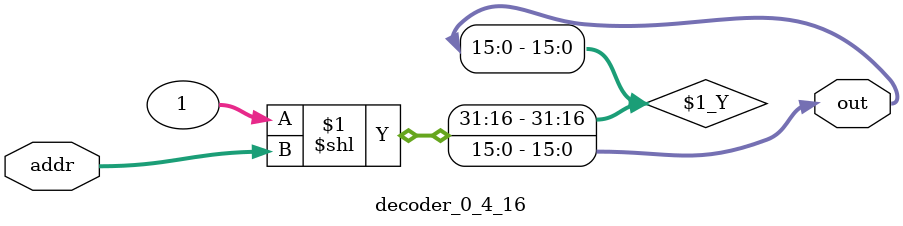
<source format=v>
module decoder_0_20_1048576(input [19:0] input_bits, output [1048575:0] output_bits);

    assign output_bits = (1 << input_bits);

endmodule

module decoder_0_5_32(input wire [4:0] addr, output wire [31:0] out);

   assign out = (1 << addr);

endmodule

module decoder_0_4_16(input wire [3:0] addr, output wire [15:0] out);

   assign out = (1 << addr);

endmodule

</source>
